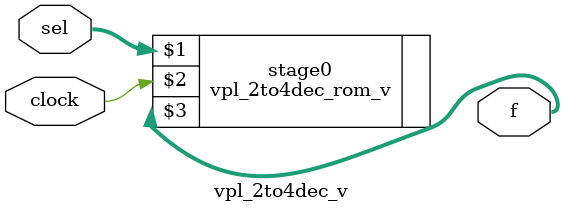
<source format=v>
module vpl_2to4dec_v(sel,clock,f);
	input[1:0] sel;
	input clock;
	output[3:0] f;
	
	vpl_2to4dec_rom_v stage0 (sel,clock,f);

endmodule

</source>
